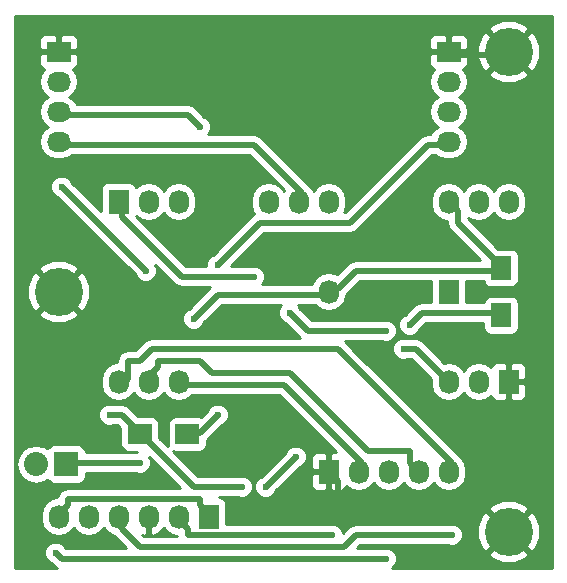
<source format=gbl>
G04 #@! TF.FileFunction,Copper,L2,Bot,Signal*
%FSLAX46Y46*%
G04 Gerber Fmt 4.6, Leading zero omitted, Abs format (unit mm)*
G04 Created by KiCad (PCBNEW 4.0.1-stable) date 17/06/2016 16:01:18*
%MOMM*%
G01*
G04 APERTURE LIST*
%ADD10C,0.100000*%
%ADD11R,1.727200X2.032000*%
%ADD12O,1.727200X2.032000*%
%ADD13R,2.032000X1.727200*%
%ADD14O,2.032000X1.727200*%
%ADD15R,1.700000X2.000000*%
%ADD16R,2.000000X1.700000*%
%ADD17C,4.064000*%
%ADD18R,2.032000X2.032000*%
%ADD19O,2.032000X2.032000*%
%ADD20C,0.600000*%
%ADD21C,0.500000*%
%ADD22C,0.254000*%
G04 APERTURE END LIST*
D10*
D11*
X43180000Y17145000D03*
D12*
X40640000Y17145000D03*
X38100000Y17145000D03*
X15240000Y17145000D03*
X12700000Y17145000D03*
X10160000Y17145000D03*
D11*
X38100000Y24765000D03*
D12*
X27940000Y24765000D03*
D11*
X10160000Y32385000D03*
D12*
X12700000Y32385000D03*
X15240000Y32385000D03*
X22860000Y32385000D03*
X25400000Y32385000D03*
X27940000Y32385000D03*
X38100000Y32385000D03*
X40640000Y32385000D03*
X43180000Y32385000D03*
D13*
X5080000Y45085000D03*
D14*
X5080000Y42545000D03*
X5080000Y40005000D03*
X5080000Y37465000D03*
D13*
X38100000Y45085000D03*
D14*
X38100000Y42545000D03*
X38100000Y40005000D03*
X38100000Y37465000D03*
D11*
X27940000Y9525000D03*
D12*
X30480000Y9525000D03*
X33020000Y9525000D03*
X35560000Y9525000D03*
X38100000Y9525000D03*
D15*
X42545000Y26765000D03*
X42545000Y22765000D03*
D16*
X11970000Y12700000D03*
X15970000Y12700000D03*
D17*
X43180000Y4445000D03*
X5080000Y24765000D03*
D11*
X17780000Y5715000D03*
D12*
X15240000Y5715000D03*
X12700000Y5715000D03*
X10160000Y5715000D03*
X7620000Y5715000D03*
X5080000Y5715000D03*
D17*
X43180000Y45085000D03*
D18*
X5715000Y10160000D03*
D19*
X3175000Y10160000D03*
D20*
X12446000Y26543000D03*
X5334000Y33655000D03*
X20574000Y8255000D03*
X28194000Y4191000D03*
X9398000Y14351000D03*
X16510000Y22479000D03*
X4826000Y2667000D03*
X32766000Y2159000D03*
X11938000Y10287000D03*
X18542000Y27051000D03*
X17018000Y38735000D03*
X18542000Y14351000D03*
X34798000Y21971000D03*
X21590000Y26035000D03*
X24638000Y22987000D03*
X32766000Y21463000D03*
X38354000Y4191000D03*
X34290000Y19939000D03*
X25146000Y10795000D03*
X22606000Y8255000D03*
D21*
X43180000Y4445000D02*
X39878000Y7747000D01*
X39878000Y7747000D02*
X28702000Y7747000D01*
X28702000Y7747000D02*
X28702000Y8763000D01*
X28702000Y8763000D02*
X27940000Y9525000D01*
X43180000Y45085000D02*
X43434000Y44831000D01*
X43434000Y44831000D02*
X38354000Y44831000D01*
X38354000Y44831000D02*
X38100000Y45085000D01*
X12446000Y26543000D02*
X5334000Y33655000D01*
X42545000Y26765000D02*
X42418000Y26543000D01*
X42418000Y26543000D02*
X42418000Y27051000D01*
X42418000Y27051000D02*
X38862000Y30607000D01*
X38862000Y30607000D02*
X38862000Y31623000D01*
X38862000Y31623000D02*
X38100000Y32385000D01*
X11970000Y12700000D02*
X11938000Y12827000D01*
X11938000Y12827000D02*
X16510000Y8255000D01*
X16510000Y8255000D02*
X20574000Y8255000D01*
X27940000Y24765000D02*
X28702000Y25019000D01*
X28702000Y25019000D02*
X30226000Y26543000D01*
X30226000Y26543000D02*
X42418000Y26543000D01*
X42418000Y26543000D02*
X42545000Y26765000D01*
X15240000Y5715000D02*
X15494000Y5715000D01*
X15494000Y5715000D02*
X15494000Y5207000D01*
X15494000Y5207000D02*
X16002000Y4699000D01*
X16002000Y4699000D02*
X16002000Y4191000D01*
X16002000Y4191000D02*
X28194000Y4191000D01*
X11970000Y12700000D02*
X11938000Y12827000D01*
X11938000Y12827000D02*
X10414000Y14351000D01*
X10414000Y14351000D02*
X9398000Y14351000D01*
X16510000Y22479000D02*
X18542000Y24511000D01*
X18542000Y24511000D02*
X28194000Y24511000D01*
X28194000Y24511000D02*
X27940000Y24765000D01*
X4826000Y2667000D02*
X5334000Y2159000D01*
X5334000Y2159000D02*
X32766000Y2159000D01*
X5715000Y10160000D02*
X5842000Y10287000D01*
X5842000Y10287000D02*
X11938000Y10287000D01*
X18542000Y27051000D02*
X22098000Y30607000D01*
X22098000Y30607000D02*
X29718000Y30607000D01*
X29718000Y30607000D02*
X36322000Y37211000D01*
X36322000Y37211000D02*
X38354000Y37211000D01*
X38354000Y37211000D02*
X38100000Y37465000D01*
X17018000Y38735000D02*
X16002000Y39751000D01*
X16002000Y39751000D02*
X5334000Y39751000D01*
X5334000Y39751000D02*
X5080000Y40005000D01*
X18542000Y14351000D02*
X17018000Y12827000D01*
X17018000Y12827000D02*
X16002000Y12827000D01*
X16002000Y12827000D02*
X15970000Y12700000D01*
X34798000Y21971000D02*
X35814000Y22987000D01*
X35814000Y22987000D02*
X42418000Y22987000D01*
X42418000Y22987000D02*
X42545000Y22765000D01*
X25400000Y32385000D02*
X25654000Y32131000D01*
X25654000Y32131000D02*
X25654000Y33147000D01*
X25654000Y33147000D02*
X21590000Y37211000D01*
X21590000Y37211000D02*
X5334000Y37211000D01*
X5334000Y37211000D02*
X5080000Y37465000D01*
X30480000Y9525000D02*
X30734000Y9271000D01*
X30734000Y9271000D02*
X30734000Y10287000D01*
X30734000Y10287000D02*
X24130000Y16891000D01*
X24130000Y16891000D02*
X15494000Y16891000D01*
X15494000Y16891000D02*
X15240000Y17145000D01*
X10160000Y32385000D02*
X10414000Y32131000D01*
X10414000Y32131000D02*
X10414000Y31115000D01*
X10414000Y31115000D02*
X15494000Y26035000D01*
X15494000Y26035000D02*
X21590000Y26035000D01*
X24638000Y22987000D02*
X26162000Y21463000D01*
X26162000Y21463000D02*
X32766000Y21463000D01*
X12700000Y17145000D02*
X12954000Y16891000D01*
X12954000Y16891000D02*
X12954000Y17907000D01*
X12954000Y17907000D02*
X13462000Y18415000D01*
X13462000Y18415000D02*
X13462000Y18923000D01*
X13462000Y18923000D02*
X17018000Y18923000D01*
X17018000Y18923000D02*
X18034000Y17907000D01*
X18034000Y17907000D02*
X24638000Y17907000D01*
X24638000Y17907000D02*
X31242000Y11303000D01*
X31242000Y11303000D02*
X34798000Y11303000D01*
X34798000Y11303000D02*
X34798000Y10287000D01*
X34798000Y10287000D02*
X35560000Y9525000D01*
X38100000Y9525000D02*
X38354000Y9271000D01*
X38354000Y9271000D02*
X38354000Y10287000D01*
X38354000Y10287000D02*
X28702000Y19939000D01*
X28702000Y19939000D02*
X12954000Y19939000D01*
X12954000Y19939000D02*
X11938000Y18923000D01*
X11938000Y18923000D02*
X10922000Y18923000D01*
X10922000Y18923000D02*
X10922000Y17399000D01*
X10922000Y17399000D02*
X10414000Y16891000D01*
X10414000Y16891000D02*
X10160000Y17145000D01*
X5080000Y5715000D02*
X5334000Y5715000D01*
X5334000Y5715000D02*
X5334000Y6223000D01*
X5334000Y6223000D02*
X5842000Y6731000D01*
X5842000Y6731000D02*
X5842000Y7239000D01*
X5842000Y7239000D02*
X17018000Y7239000D01*
X17018000Y7239000D02*
X17018000Y6731000D01*
X17018000Y6731000D02*
X18034000Y5715000D01*
X18034000Y5715000D02*
X17780000Y5715000D01*
X10160000Y5715000D02*
X10414000Y5715000D01*
X10414000Y5715000D02*
X10414000Y4699000D01*
X10414000Y4699000D02*
X11938000Y3175000D01*
X11938000Y3175000D02*
X29210000Y3175000D01*
X29210000Y3175000D02*
X30226000Y4191000D01*
X30226000Y4191000D02*
X38354000Y4191000D01*
X38100000Y17145000D02*
X35306000Y19939000D01*
X35306000Y19939000D02*
X34290000Y19939000D01*
X25146000Y10795000D02*
X22606000Y8255000D01*
D22*
G36*
X46863000Y1397000D02*
X33326114Y1397000D01*
X33558192Y1628673D01*
X33700838Y1972201D01*
X33701162Y2344167D01*
X33559117Y2687943D01*
X33296327Y2951192D01*
X32952799Y3093838D01*
X32580833Y3094162D01*
X32459431Y3044000D01*
X30330580Y3044000D01*
X30592579Y3306000D01*
X38047178Y3306000D01*
X38167201Y3256162D01*
X38539167Y3255838D01*
X38882943Y3397883D01*
X39146192Y3660673D01*
X39288838Y4004201D01*
X39289162Y4376167D01*
X39147117Y4719943D01*
X38911859Y4955612D01*
X40509120Y4955612D01*
X40517025Y3894643D01*
X40907832Y2951154D01*
X41281879Y2726484D01*
X41580603Y3025208D01*
X41760051Y2845446D01*
X41461484Y2546879D01*
X41686154Y2172832D01*
X42669388Y1774120D01*
X43730357Y1782025D01*
X44673846Y2172832D01*
X44898516Y2546879D01*
X44599792Y2845603D01*
X44779554Y3025051D01*
X45078121Y2726484D01*
X45452168Y2951154D01*
X45850880Y3934388D01*
X45842975Y4995357D01*
X45452168Y5938846D01*
X45078121Y6163516D01*
X44779397Y5864792D01*
X44599949Y6044554D01*
X44898516Y6343121D01*
X44673846Y6717168D01*
X43690612Y7115880D01*
X42629643Y7107975D01*
X41686154Y6717168D01*
X41461484Y6343121D01*
X41760208Y6044397D01*
X41580446Y5864949D01*
X41281879Y6163516D01*
X40907832Y5938846D01*
X40509120Y4955612D01*
X38911859Y4955612D01*
X38884327Y4983192D01*
X38540799Y5125838D01*
X38168833Y5126162D01*
X38047431Y5076000D01*
X30226005Y5076000D01*
X30226000Y5076001D01*
X29943516Y5019810D01*
X29887325Y5008633D01*
X29600210Y4816790D01*
X29600208Y4816787D01*
X29129135Y4345715D01*
X29129162Y4376167D01*
X28987117Y4719943D01*
X28724327Y4983192D01*
X28380799Y5125838D01*
X28008833Y5126162D01*
X27887431Y5076000D01*
X19291040Y5076000D01*
X19291040Y6731000D01*
X19246762Y6966317D01*
X19107690Y7182441D01*
X18895490Y7327431D01*
X18685278Y7370000D01*
X20267178Y7370000D01*
X20387201Y7320162D01*
X20759167Y7319838D01*
X21102943Y7461883D01*
X21366192Y7724673D01*
X21508838Y8068201D01*
X21508839Y8069833D01*
X21670838Y8069833D01*
X21812883Y7726057D01*
X22075673Y7462808D01*
X22419201Y7320162D01*
X22791167Y7319838D01*
X23134943Y7461883D01*
X23398192Y7724673D01*
X23448566Y7845986D01*
X24841829Y9239250D01*
X26441400Y9239250D01*
X26441400Y8382690D01*
X26538073Y8149301D01*
X26716702Y7970673D01*
X26950091Y7874000D01*
X27654250Y7874000D01*
X27813000Y8032750D01*
X27813000Y9398000D01*
X26600150Y9398000D01*
X26441400Y9239250D01*
X24841829Y9239250D01*
X25554834Y9952255D01*
X25674943Y10001883D01*
X25938192Y10264673D01*
X26080838Y10608201D01*
X26080889Y10667310D01*
X26441400Y10667310D01*
X26441400Y9810750D01*
X26600150Y9652000D01*
X27813000Y9652000D01*
X27813000Y11017250D01*
X27654250Y11176000D01*
X26950091Y11176000D01*
X26716702Y11079327D01*
X26538073Y10900699D01*
X26441400Y10667310D01*
X26080889Y10667310D01*
X26081162Y10980167D01*
X25939117Y11323943D01*
X25676327Y11587192D01*
X25332799Y11729838D01*
X24960833Y11730162D01*
X24617057Y11588117D01*
X24353808Y11325327D01*
X24303434Y11204013D01*
X22197164Y9097744D01*
X22077057Y9048117D01*
X21813808Y8785327D01*
X21671162Y8441799D01*
X21670838Y8069833D01*
X21508839Y8069833D01*
X21509162Y8440167D01*
X21367117Y8783943D01*
X21104327Y9047192D01*
X20760799Y9189838D01*
X20388833Y9190162D01*
X20267431Y9140000D01*
X16876579Y9140000D01*
X14774412Y11242168D01*
X14970000Y11202560D01*
X16970000Y11202560D01*
X17205317Y11246838D01*
X17421441Y11385910D01*
X17566431Y11598110D01*
X17617440Y11850000D01*
X17617440Y12183604D01*
X17643790Y12201210D01*
X17643791Y12201211D01*
X18950834Y13508255D01*
X19070943Y13557883D01*
X19334192Y13820673D01*
X19476838Y14164201D01*
X19477162Y14536167D01*
X19335117Y14879943D01*
X19072327Y15143192D01*
X18728799Y15285838D01*
X18356833Y15286162D01*
X18013057Y15144117D01*
X17749808Y14881327D01*
X17699434Y14760013D01*
X17108761Y14169340D01*
X16970000Y14197440D01*
X14970000Y14197440D01*
X14734683Y14153162D01*
X14518559Y14014090D01*
X14373569Y13801890D01*
X14322560Y13550000D01*
X14322560Y11850000D01*
X14358712Y11657867D01*
X13617440Y12399140D01*
X13617440Y13550000D01*
X13573162Y13785317D01*
X13434090Y14001441D01*
X13221890Y14146431D01*
X12970000Y14197440D01*
X11819139Y14197440D01*
X11039790Y14976790D01*
X10790750Y15143192D01*
X10752675Y15168633D01*
X10696484Y15179810D01*
X10414000Y15236001D01*
X10413995Y15236000D01*
X9704822Y15236000D01*
X9584799Y15285838D01*
X9212833Y15286162D01*
X8869057Y15144117D01*
X8605808Y14881327D01*
X8463162Y14537799D01*
X8462838Y14165833D01*
X8604883Y13822057D01*
X8867673Y13558808D01*
X9211201Y13416162D01*
X9583167Y13415838D01*
X9704569Y13466000D01*
X10047420Y13466000D01*
X10322560Y13190860D01*
X10322560Y11850000D01*
X10366838Y11614683D01*
X10505910Y11398559D01*
X10718110Y11253569D01*
X10970000Y11202560D01*
X11705392Y11202560D01*
X11631431Y11172000D01*
X7378440Y11172000D01*
X7378440Y11176000D01*
X7334162Y11411317D01*
X7195090Y11627441D01*
X6982890Y11772431D01*
X6731000Y11823440D01*
X4699000Y11823440D01*
X4463683Y11779162D01*
X4247559Y11640090D01*
X4140767Y11483794D01*
X3839155Y11685325D01*
X3207345Y11811000D01*
X3142655Y11811000D01*
X2510845Y11685325D01*
X1975222Y11327433D01*
X1617330Y10791810D01*
X1491655Y10160000D01*
X1617330Y9528190D01*
X1975222Y8992567D01*
X2510845Y8634675D01*
X3142655Y8509000D01*
X3207345Y8509000D01*
X3839155Y8634675D01*
X4141962Y8837004D01*
X4234910Y8692559D01*
X4447110Y8547569D01*
X4699000Y8496560D01*
X6731000Y8496560D01*
X6966317Y8540838D01*
X7182441Y8679910D01*
X7327431Y8892110D01*
X7378440Y9144000D01*
X7378440Y9402000D01*
X11631178Y9402000D01*
X11751201Y9352162D01*
X12123167Y9351838D01*
X12466943Y9493883D01*
X12730192Y9756673D01*
X12872838Y10100201D01*
X12873162Y10472167D01*
X12754804Y10758617D01*
X15389421Y8124000D01*
X5842000Y8124000D01*
X5503325Y8056633D01*
X5216210Y7864790D01*
X5024367Y7577675D01*
X4984934Y7379435D01*
X4506511Y7284271D01*
X4020330Y6959415D01*
X3695474Y6473234D01*
X3581400Y5899745D01*
X3581400Y5530255D01*
X3695474Y4956766D01*
X4020330Y4470585D01*
X4506511Y4145729D01*
X5080000Y4031655D01*
X5653489Y4145729D01*
X6139670Y4470585D01*
X6350000Y4785366D01*
X6560330Y4470585D01*
X7046511Y4145729D01*
X7620000Y4031655D01*
X8193489Y4145729D01*
X8679670Y4470585D01*
X8890000Y4785366D01*
X9100330Y4470585D01*
X9586511Y4145729D01*
X9763244Y4110575D01*
X9788210Y4073210D01*
X10817421Y3044000D01*
X5700580Y3044000D01*
X5668744Y3075835D01*
X5619117Y3195943D01*
X5356327Y3459192D01*
X5012799Y3601838D01*
X4640833Y3602162D01*
X4297057Y3460117D01*
X4033808Y3197327D01*
X3891162Y2853799D01*
X3890838Y2481833D01*
X4032883Y2138057D01*
X4295673Y1874808D01*
X4416986Y1824434D01*
X4708208Y1533213D01*
X4708210Y1533210D01*
X4912064Y1397000D01*
X1397000Y1397000D01*
X1397000Y25275612D01*
X2409120Y25275612D01*
X2417025Y24214643D01*
X2807832Y23271154D01*
X3181879Y23046484D01*
X3480603Y23345208D01*
X3660051Y23165446D01*
X3361484Y22866879D01*
X3586154Y22492832D01*
X4569388Y22094120D01*
X5630357Y22102025D01*
X6573846Y22492832D01*
X6798516Y22866879D01*
X6499792Y23165603D01*
X6679554Y23345051D01*
X6978121Y23046484D01*
X7352168Y23271154D01*
X7750880Y24254388D01*
X7742975Y25315357D01*
X7352168Y26258846D01*
X6978121Y26483516D01*
X6679397Y26184792D01*
X6499949Y26364554D01*
X6798516Y26663121D01*
X6573846Y27037168D01*
X5590612Y27435880D01*
X4529643Y27427975D01*
X3586154Y27037168D01*
X3361484Y26663121D01*
X3660208Y26364397D01*
X3480446Y26184949D01*
X3181879Y26483516D01*
X2807832Y26258846D01*
X2409120Y25275612D01*
X1397000Y25275612D01*
X1397000Y42545000D01*
X3396655Y42545000D01*
X3510729Y41971511D01*
X3835585Y41485330D01*
X4150366Y41275000D01*
X3835585Y41064670D01*
X3510729Y40578489D01*
X3396655Y40005000D01*
X3510729Y39431511D01*
X3835585Y38945330D01*
X4150366Y38735000D01*
X3835585Y38524670D01*
X3510729Y38038489D01*
X3396655Y37465000D01*
X3510729Y36891511D01*
X3835585Y36405330D01*
X4321766Y36080474D01*
X4895255Y35966400D01*
X5264745Y35966400D01*
X5838234Y36080474D01*
X6205689Y36326000D01*
X21223420Y36326000D01*
X24171972Y33377449D01*
X24130000Y33314634D01*
X23919670Y33629415D01*
X23433489Y33954271D01*
X22860000Y34068345D01*
X22286511Y33954271D01*
X21800330Y33629415D01*
X21475474Y33143234D01*
X21361400Y32569745D01*
X21361400Y32200255D01*
X21475474Y31626766D01*
X21656460Y31355901D01*
X21472210Y31232790D01*
X21472208Y31232787D01*
X18133164Y27893744D01*
X18013057Y27844117D01*
X17749808Y27581327D01*
X17607162Y27237799D01*
X17606885Y26920000D01*
X15860579Y26920000D01*
X11627346Y31153234D01*
X11628400Y31158439D01*
X11640330Y31140585D01*
X12126511Y30815729D01*
X12700000Y30701655D01*
X13273489Y30815729D01*
X13759670Y31140585D01*
X13970000Y31455366D01*
X14180330Y31140585D01*
X14666511Y30815729D01*
X15240000Y30701655D01*
X15813489Y30815729D01*
X16299670Y31140585D01*
X16624526Y31626766D01*
X16738600Y32200255D01*
X16738600Y32569745D01*
X16624526Y33143234D01*
X16299670Y33629415D01*
X15813489Y33954271D01*
X15240000Y34068345D01*
X14666511Y33954271D01*
X14180330Y33629415D01*
X13970000Y33314634D01*
X13759670Y33629415D01*
X13273489Y33954271D01*
X12700000Y34068345D01*
X12126511Y33954271D01*
X11640330Y33629415D01*
X11630757Y33615087D01*
X11626762Y33636317D01*
X11487690Y33852441D01*
X11275490Y33997431D01*
X11023600Y34048440D01*
X9296400Y34048440D01*
X9061083Y34004162D01*
X8844959Y33865090D01*
X8699969Y33652890D01*
X8648960Y33401000D01*
X8648960Y31591620D01*
X6176744Y34063836D01*
X6127117Y34183943D01*
X5864327Y34447192D01*
X5520799Y34589838D01*
X5148833Y34590162D01*
X4805057Y34448117D01*
X4541808Y34185327D01*
X4399162Y33841799D01*
X4398838Y33469833D01*
X4540883Y33126057D01*
X4803673Y32862808D01*
X4924986Y32812434D01*
X11603255Y26134166D01*
X11652883Y26014057D01*
X11915673Y25750808D01*
X12259201Y25608162D01*
X12631167Y25607838D01*
X12974943Y25749883D01*
X13238192Y26012673D01*
X13380838Y26356201D01*
X13381162Y26728167D01*
X13262803Y27014617D01*
X14868208Y25409213D01*
X14868210Y25409210D01*
X15155325Y25217367D01*
X15211516Y25206190D01*
X15494000Y25149999D01*
X15494005Y25150000D01*
X17935980Y25150000D01*
X17916210Y25136790D01*
X17916208Y25136787D01*
X16101164Y23321744D01*
X15981057Y23272117D01*
X15717808Y23009327D01*
X15575162Y22665799D01*
X15574838Y22293833D01*
X15716883Y21950057D01*
X15979673Y21686808D01*
X16323201Y21544162D01*
X16695167Y21543838D01*
X17038943Y21685883D01*
X17302192Y21948673D01*
X17352566Y22069986D01*
X18908579Y23626000D01*
X23954671Y23626000D01*
X23845808Y23517327D01*
X23703162Y23173799D01*
X23702838Y22801833D01*
X23844883Y22458057D01*
X24107673Y22194808D01*
X24228986Y22144434D01*
X25536208Y20837213D01*
X25536210Y20837210D01*
X25555980Y20824000D01*
X12954005Y20824000D01*
X12954000Y20824001D01*
X12671516Y20767810D01*
X12615325Y20756633D01*
X12328210Y20564790D01*
X12328208Y20564787D01*
X11571420Y19808000D01*
X10922000Y19808000D01*
X10583325Y19740633D01*
X10296210Y19548790D01*
X10104367Y19261675D01*
X10037000Y18923000D01*
X10037000Y18803879D01*
X9586511Y18714271D01*
X9100330Y18389415D01*
X8775474Y17903234D01*
X8661400Y17329745D01*
X8661400Y16960255D01*
X8775474Y16386766D01*
X9100330Y15900585D01*
X9586511Y15575729D01*
X10160000Y15461655D01*
X10733489Y15575729D01*
X11219670Y15900585D01*
X11430000Y16215366D01*
X11640330Y15900585D01*
X12126511Y15575729D01*
X12700000Y15461655D01*
X13273489Y15575729D01*
X13759670Y15900585D01*
X13970000Y16215366D01*
X14180330Y15900585D01*
X14666511Y15575729D01*
X15240000Y15461655D01*
X15813489Y15575729D01*
X16299670Y15900585D01*
X16370106Y16006000D01*
X23763420Y16006000D01*
X28593421Y11176000D01*
X28225750Y11176000D01*
X28067000Y11017250D01*
X28067000Y9652000D01*
X28087000Y9652000D01*
X28087000Y9398000D01*
X28067000Y9398000D01*
X28067000Y8032750D01*
X28225750Y7874000D01*
X28929909Y7874000D01*
X29163298Y7970673D01*
X29341927Y8149301D01*
X29405500Y8302780D01*
X29420330Y8280585D01*
X29906511Y7955729D01*
X30480000Y7841655D01*
X31053489Y7955729D01*
X31539670Y8280585D01*
X31750000Y8595366D01*
X31960330Y8280585D01*
X32446511Y7955729D01*
X33020000Y7841655D01*
X33593489Y7955729D01*
X34079670Y8280585D01*
X34290000Y8595366D01*
X34500330Y8280585D01*
X34986511Y7955729D01*
X35560000Y7841655D01*
X36133489Y7955729D01*
X36619670Y8280585D01*
X36830000Y8595366D01*
X37040330Y8280585D01*
X37526511Y7955729D01*
X38100000Y7841655D01*
X38673489Y7955729D01*
X39159670Y8280585D01*
X39484526Y8766766D01*
X39598600Y9340255D01*
X39598600Y9709745D01*
X39484526Y10283234D01*
X39159670Y10769415D01*
X39007774Y10870909D01*
X38979790Y10912790D01*
X38979787Y10912792D01*
X30138747Y19753833D01*
X33354838Y19753833D01*
X33496883Y19410057D01*
X33759673Y19146808D01*
X34103201Y19004162D01*
X34475167Y19003838D01*
X34596569Y19054000D01*
X34939420Y19054000D01*
X36611732Y17381688D01*
X36601400Y17329745D01*
X36601400Y16960255D01*
X36715474Y16386766D01*
X37040330Y15900585D01*
X37526511Y15575729D01*
X38100000Y15461655D01*
X38673489Y15575729D01*
X39159670Y15900585D01*
X39370000Y16215366D01*
X39580330Y15900585D01*
X40066511Y15575729D01*
X40640000Y15461655D01*
X41213489Y15575729D01*
X41699670Y15900585D01*
X41714500Y15922780D01*
X41778073Y15769301D01*
X41956702Y15590673D01*
X42190091Y15494000D01*
X42894250Y15494000D01*
X43053000Y15652750D01*
X43053000Y17018000D01*
X43307000Y17018000D01*
X43307000Y15652750D01*
X43465750Y15494000D01*
X44169909Y15494000D01*
X44403298Y15590673D01*
X44581927Y15769301D01*
X44678600Y16002690D01*
X44678600Y16859250D01*
X44519850Y17018000D01*
X43307000Y17018000D01*
X43053000Y17018000D01*
X43033000Y17018000D01*
X43033000Y17272000D01*
X43053000Y17272000D01*
X43053000Y18637250D01*
X43307000Y18637250D01*
X43307000Y17272000D01*
X44519850Y17272000D01*
X44678600Y17430750D01*
X44678600Y18287310D01*
X44581927Y18520699D01*
X44403298Y18699327D01*
X44169909Y18796000D01*
X43465750Y18796000D01*
X43307000Y18637250D01*
X43053000Y18637250D01*
X42894250Y18796000D01*
X42190091Y18796000D01*
X41956702Y18699327D01*
X41778073Y18520699D01*
X41714500Y18367220D01*
X41699670Y18389415D01*
X41213489Y18714271D01*
X40640000Y18828345D01*
X40066511Y18714271D01*
X39580330Y18389415D01*
X39370000Y18074634D01*
X39159670Y18389415D01*
X38673489Y18714271D01*
X38100000Y18828345D01*
X37739869Y18756710D01*
X35931790Y20564790D01*
X35774506Y20669883D01*
X35644675Y20756633D01*
X35588484Y20767810D01*
X35306000Y20824001D01*
X35305995Y20824000D01*
X34596822Y20824000D01*
X34476799Y20873838D01*
X34104833Y20874162D01*
X33761057Y20732117D01*
X33497808Y20469327D01*
X33355162Y20125799D01*
X33354838Y19753833D01*
X30138747Y19753833D01*
X29327790Y20564790D01*
X29308020Y20578000D01*
X32459178Y20578000D01*
X32579201Y20528162D01*
X32951167Y20527838D01*
X33294943Y20669883D01*
X33558192Y20932673D01*
X33700838Y21276201D01*
X33701162Y21648167D01*
X33559117Y21991943D01*
X33296327Y22255192D01*
X32952799Y22397838D01*
X32580833Y22398162D01*
X32459431Y22348000D01*
X26528579Y22348000D01*
X25480744Y23395836D01*
X25431117Y23515943D01*
X25321252Y23626000D01*
X26809894Y23626000D01*
X26880330Y23520585D01*
X27366511Y23195729D01*
X27940000Y23081655D01*
X28513489Y23195729D01*
X28999670Y23520585D01*
X29324526Y24006766D01*
X29419671Y24485091D01*
X30592579Y25658000D01*
X36588960Y25658000D01*
X36588960Y23872000D01*
X35814005Y23872000D01*
X35814000Y23872001D01*
X35531516Y23815810D01*
X35475325Y23804633D01*
X35188210Y23612790D01*
X35188208Y23612787D01*
X34389164Y22813744D01*
X34269057Y22764117D01*
X34005808Y22501327D01*
X33863162Y22157799D01*
X33862838Y21785833D01*
X34004883Y21442057D01*
X34267673Y21178808D01*
X34611201Y21036162D01*
X34983167Y21035838D01*
X35326943Y21177883D01*
X35590192Y21440673D01*
X35640566Y21561986D01*
X36180579Y22102000D01*
X41047560Y22102000D01*
X41047560Y21765000D01*
X41091838Y21529683D01*
X41230910Y21313559D01*
X41443110Y21168569D01*
X41695000Y21117560D01*
X43395000Y21117560D01*
X43630317Y21161838D01*
X43846441Y21300910D01*
X43991431Y21513110D01*
X44042440Y21765000D01*
X44042440Y23765000D01*
X43998162Y24000317D01*
X43859090Y24216441D01*
X43646890Y24361431D01*
X43395000Y24412440D01*
X41695000Y24412440D01*
X41459683Y24368162D01*
X41243559Y24229090D01*
X41098569Y24016890D01*
X41069228Y23872000D01*
X39611040Y23872000D01*
X39611040Y25658000D01*
X41067693Y25658000D01*
X41091838Y25529683D01*
X41230910Y25313559D01*
X41443110Y25168569D01*
X41695000Y25117560D01*
X43395000Y25117560D01*
X43630317Y25161838D01*
X43846441Y25300910D01*
X43991431Y25513110D01*
X44042440Y25765000D01*
X44042440Y27765000D01*
X43998162Y28000317D01*
X43859090Y28216441D01*
X43646890Y28361431D01*
X43395000Y28412440D01*
X42308139Y28412440D01*
X39747000Y30973580D01*
X39747000Y31029220D01*
X40066511Y30815729D01*
X40640000Y30701655D01*
X41213489Y30815729D01*
X41699670Y31140585D01*
X41910000Y31455366D01*
X42120330Y31140585D01*
X42606511Y30815729D01*
X43180000Y30701655D01*
X43753489Y30815729D01*
X44239670Y31140585D01*
X44564526Y31626766D01*
X44678600Y32200255D01*
X44678600Y32569745D01*
X44564526Y33143234D01*
X44239670Y33629415D01*
X43753489Y33954271D01*
X43180000Y34068345D01*
X42606511Y33954271D01*
X42120330Y33629415D01*
X41910000Y33314634D01*
X41699670Y33629415D01*
X41213489Y33954271D01*
X40640000Y34068345D01*
X40066511Y33954271D01*
X39580330Y33629415D01*
X39370000Y33314634D01*
X39159670Y33629415D01*
X38673489Y33954271D01*
X38100000Y34068345D01*
X37526511Y33954271D01*
X37040330Y33629415D01*
X36715474Y33143234D01*
X36601400Y32569745D01*
X36601400Y32200255D01*
X36715474Y31626766D01*
X37040330Y31140585D01*
X37526511Y30815729D01*
X37977000Y30726121D01*
X37977000Y30607005D01*
X37976999Y30607000D01*
X38033190Y30324516D01*
X38044367Y30268325D01*
X38069975Y30230000D01*
X38236210Y29981210D01*
X40789421Y27428000D01*
X30226000Y27428000D01*
X29887325Y27360633D01*
X29600210Y27168790D01*
X29600208Y27168787D01*
X28664673Y26233253D01*
X28513489Y26334271D01*
X27940000Y26448345D01*
X27366511Y26334271D01*
X26880330Y26009415D01*
X26555474Y25523234D01*
X26530166Y25396000D01*
X22273329Y25396000D01*
X22382192Y25504673D01*
X22524838Y25848201D01*
X22525162Y26220167D01*
X22383117Y26563943D01*
X22120327Y26827192D01*
X21776799Y26969838D01*
X21404833Y26970162D01*
X21283431Y26920000D01*
X19662580Y26920000D01*
X22464579Y29722000D01*
X29717995Y29722000D01*
X29718000Y29721999D01*
X30000484Y29778190D01*
X30056675Y29789367D01*
X30343790Y29981210D01*
X36688579Y36326000D01*
X36974311Y36326000D01*
X37341766Y36080474D01*
X37915255Y35966400D01*
X38284745Y35966400D01*
X38858234Y36080474D01*
X39344415Y36405330D01*
X39669271Y36891511D01*
X39783345Y37465000D01*
X39669271Y38038489D01*
X39344415Y38524670D01*
X39029634Y38735000D01*
X39344415Y38945330D01*
X39669271Y39431511D01*
X39783345Y40005000D01*
X39669271Y40578489D01*
X39344415Y41064670D01*
X39029634Y41275000D01*
X39344415Y41485330D01*
X39669271Y41971511D01*
X39783345Y42545000D01*
X39669271Y43118489D01*
X39344415Y43604670D01*
X39322220Y43619500D01*
X39475699Y43683073D01*
X39654327Y43861702D01*
X39751000Y44095091D01*
X39751000Y44799250D01*
X39592250Y44958000D01*
X38227000Y44958000D01*
X38227000Y44938000D01*
X37973000Y44938000D01*
X37973000Y44958000D01*
X36607750Y44958000D01*
X36449000Y44799250D01*
X36449000Y44095091D01*
X36545673Y43861702D01*
X36724301Y43683073D01*
X36877780Y43619500D01*
X36855585Y43604670D01*
X36530729Y43118489D01*
X36416655Y42545000D01*
X36530729Y41971511D01*
X36855585Y41485330D01*
X37170366Y41275000D01*
X36855585Y41064670D01*
X36530729Y40578489D01*
X36416655Y40005000D01*
X36530729Y39431511D01*
X36855585Y38945330D01*
X37170366Y38735000D01*
X36855585Y38524670D01*
X36569157Y38096000D01*
X36322000Y38096000D01*
X35983325Y38028633D01*
X35696210Y37836790D01*
X35696208Y37836787D01*
X29351420Y31492000D01*
X29234478Y31492000D01*
X29324526Y31626766D01*
X29438600Y32200255D01*
X29438600Y32569745D01*
X29324526Y33143234D01*
X28999670Y33629415D01*
X28513489Y33954271D01*
X27940000Y34068345D01*
X27366511Y33954271D01*
X26880330Y33629415D01*
X26670000Y33314634D01*
X26459670Y33629415D01*
X26307774Y33730909D01*
X26279790Y33772790D01*
X26279787Y33772792D01*
X22215790Y37836790D01*
X22058506Y37941883D01*
X21928675Y38028633D01*
X21872484Y38039810D01*
X21590000Y38096001D01*
X21589995Y38096000D01*
X17701329Y38096000D01*
X17810192Y38204673D01*
X17952838Y38548201D01*
X17953162Y38920167D01*
X17811117Y39263943D01*
X17548327Y39527192D01*
X17427013Y39577566D01*
X16627790Y40376790D01*
X16340675Y40568633D01*
X16284484Y40579810D01*
X16002000Y40636001D01*
X16001995Y40636000D01*
X6610843Y40636000D01*
X6324415Y41064670D01*
X6009634Y41275000D01*
X6324415Y41485330D01*
X6649271Y41971511D01*
X6763345Y42545000D01*
X6649271Y43118489D01*
X6324415Y43604670D01*
X6302220Y43619500D01*
X6455699Y43683073D01*
X6634327Y43861702D01*
X6731000Y44095091D01*
X6731000Y44799250D01*
X6572250Y44958000D01*
X5207000Y44958000D01*
X5207000Y44938000D01*
X4953000Y44938000D01*
X4953000Y44958000D01*
X3587750Y44958000D01*
X3429000Y44799250D01*
X3429000Y44095091D01*
X3525673Y43861702D01*
X3704301Y43683073D01*
X3857780Y43619500D01*
X3835585Y43604670D01*
X3510729Y43118489D01*
X3396655Y42545000D01*
X1397000Y42545000D01*
X1397000Y46074909D01*
X3429000Y46074909D01*
X3429000Y45370750D01*
X3587750Y45212000D01*
X4953000Y45212000D01*
X4953000Y46424850D01*
X5207000Y46424850D01*
X5207000Y45212000D01*
X6572250Y45212000D01*
X6731000Y45370750D01*
X6731000Y46074909D01*
X36449000Y46074909D01*
X36449000Y45370750D01*
X36607750Y45212000D01*
X37973000Y45212000D01*
X37973000Y46424850D01*
X38227000Y46424850D01*
X38227000Y45212000D01*
X39592250Y45212000D01*
X39751000Y45370750D01*
X39751000Y45595612D01*
X40509120Y45595612D01*
X40517025Y44534643D01*
X40907832Y43591154D01*
X41281879Y43366484D01*
X41580603Y43665208D01*
X41760051Y43485446D01*
X41461484Y43186879D01*
X41686154Y42812832D01*
X42669388Y42414120D01*
X43730357Y42422025D01*
X44673846Y42812832D01*
X44898516Y43186879D01*
X44599792Y43485603D01*
X44779554Y43665051D01*
X45078121Y43366484D01*
X45452168Y43591154D01*
X45850880Y44574388D01*
X45842975Y45635357D01*
X45452168Y46578846D01*
X45078121Y46803516D01*
X44779397Y46504792D01*
X44599949Y46684554D01*
X44898516Y46983121D01*
X44673846Y47357168D01*
X43690612Y47755880D01*
X42629643Y47747975D01*
X41686154Y47357168D01*
X41461484Y46983121D01*
X41760208Y46684397D01*
X41580446Y46504949D01*
X41281879Y46803516D01*
X40907832Y46578846D01*
X40509120Y45595612D01*
X39751000Y45595612D01*
X39751000Y46074909D01*
X39654327Y46308298D01*
X39475699Y46486927D01*
X39242310Y46583600D01*
X38385750Y46583600D01*
X38227000Y46424850D01*
X37973000Y46424850D01*
X37814250Y46583600D01*
X36957690Y46583600D01*
X36724301Y46486927D01*
X36545673Y46308298D01*
X36449000Y46074909D01*
X6731000Y46074909D01*
X6634327Y46308298D01*
X6455699Y46486927D01*
X6222310Y46583600D01*
X5365750Y46583600D01*
X5207000Y46424850D01*
X4953000Y46424850D01*
X4794250Y46583600D01*
X3937690Y46583600D01*
X3704301Y46486927D01*
X3525673Y46308298D01*
X3429000Y46074909D01*
X1397000Y46074909D01*
X1397000Y48133000D01*
X46863000Y48133000D01*
X46863000Y1397000D01*
X46863000Y1397000D01*
G37*
X46863000Y1397000D02*
X33326114Y1397000D01*
X33558192Y1628673D01*
X33700838Y1972201D01*
X33701162Y2344167D01*
X33559117Y2687943D01*
X33296327Y2951192D01*
X32952799Y3093838D01*
X32580833Y3094162D01*
X32459431Y3044000D01*
X30330580Y3044000D01*
X30592579Y3306000D01*
X38047178Y3306000D01*
X38167201Y3256162D01*
X38539167Y3255838D01*
X38882943Y3397883D01*
X39146192Y3660673D01*
X39288838Y4004201D01*
X39289162Y4376167D01*
X39147117Y4719943D01*
X38911859Y4955612D01*
X40509120Y4955612D01*
X40517025Y3894643D01*
X40907832Y2951154D01*
X41281879Y2726484D01*
X41580603Y3025208D01*
X41760051Y2845446D01*
X41461484Y2546879D01*
X41686154Y2172832D01*
X42669388Y1774120D01*
X43730357Y1782025D01*
X44673846Y2172832D01*
X44898516Y2546879D01*
X44599792Y2845603D01*
X44779554Y3025051D01*
X45078121Y2726484D01*
X45452168Y2951154D01*
X45850880Y3934388D01*
X45842975Y4995357D01*
X45452168Y5938846D01*
X45078121Y6163516D01*
X44779397Y5864792D01*
X44599949Y6044554D01*
X44898516Y6343121D01*
X44673846Y6717168D01*
X43690612Y7115880D01*
X42629643Y7107975D01*
X41686154Y6717168D01*
X41461484Y6343121D01*
X41760208Y6044397D01*
X41580446Y5864949D01*
X41281879Y6163516D01*
X40907832Y5938846D01*
X40509120Y4955612D01*
X38911859Y4955612D01*
X38884327Y4983192D01*
X38540799Y5125838D01*
X38168833Y5126162D01*
X38047431Y5076000D01*
X30226005Y5076000D01*
X30226000Y5076001D01*
X29943516Y5019810D01*
X29887325Y5008633D01*
X29600210Y4816790D01*
X29600208Y4816787D01*
X29129135Y4345715D01*
X29129162Y4376167D01*
X28987117Y4719943D01*
X28724327Y4983192D01*
X28380799Y5125838D01*
X28008833Y5126162D01*
X27887431Y5076000D01*
X19291040Y5076000D01*
X19291040Y6731000D01*
X19246762Y6966317D01*
X19107690Y7182441D01*
X18895490Y7327431D01*
X18685278Y7370000D01*
X20267178Y7370000D01*
X20387201Y7320162D01*
X20759167Y7319838D01*
X21102943Y7461883D01*
X21366192Y7724673D01*
X21508838Y8068201D01*
X21508839Y8069833D01*
X21670838Y8069833D01*
X21812883Y7726057D01*
X22075673Y7462808D01*
X22419201Y7320162D01*
X22791167Y7319838D01*
X23134943Y7461883D01*
X23398192Y7724673D01*
X23448566Y7845986D01*
X24841829Y9239250D01*
X26441400Y9239250D01*
X26441400Y8382690D01*
X26538073Y8149301D01*
X26716702Y7970673D01*
X26950091Y7874000D01*
X27654250Y7874000D01*
X27813000Y8032750D01*
X27813000Y9398000D01*
X26600150Y9398000D01*
X26441400Y9239250D01*
X24841829Y9239250D01*
X25554834Y9952255D01*
X25674943Y10001883D01*
X25938192Y10264673D01*
X26080838Y10608201D01*
X26080889Y10667310D01*
X26441400Y10667310D01*
X26441400Y9810750D01*
X26600150Y9652000D01*
X27813000Y9652000D01*
X27813000Y11017250D01*
X27654250Y11176000D01*
X26950091Y11176000D01*
X26716702Y11079327D01*
X26538073Y10900699D01*
X26441400Y10667310D01*
X26080889Y10667310D01*
X26081162Y10980167D01*
X25939117Y11323943D01*
X25676327Y11587192D01*
X25332799Y11729838D01*
X24960833Y11730162D01*
X24617057Y11588117D01*
X24353808Y11325327D01*
X24303434Y11204013D01*
X22197164Y9097744D01*
X22077057Y9048117D01*
X21813808Y8785327D01*
X21671162Y8441799D01*
X21670838Y8069833D01*
X21508839Y8069833D01*
X21509162Y8440167D01*
X21367117Y8783943D01*
X21104327Y9047192D01*
X20760799Y9189838D01*
X20388833Y9190162D01*
X20267431Y9140000D01*
X16876579Y9140000D01*
X14774412Y11242168D01*
X14970000Y11202560D01*
X16970000Y11202560D01*
X17205317Y11246838D01*
X17421441Y11385910D01*
X17566431Y11598110D01*
X17617440Y11850000D01*
X17617440Y12183604D01*
X17643790Y12201210D01*
X17643791Y12201211D01*
X18950834Y13508255D01*
X19070943Y13557883D01*
X19334192Y13820673D01*
X19476838Y14164201D01*
X19477162Y14536167D01*
X19335117Y14879943D01*
X19072327Y15143192D01*
X18728799Y15285838D01*
X18356833Y15286162D01*
X18013057Y15144117D01*
X17749808Y14881327D01*
X17699434Y14760013D01*
X17108761Y14169340D01*
X16970000Y14197440D01*
X14970000Y14197440D01*
X14734683Y14153162D01*
X14518559Y14014090D01*
X14373569Y13801890D01*
X14322560Y13550000D01*
X14322560Y11850000D01*
X14358712Y11657867D01*
X13617440Y12399140D01*
X13617440Y13550000D01*
X13573162Y13785317D01*
X13434090Y14001441D01*
X13221890Y14146431D01*
X12970000Y14197440D01*
X11819139Y14197440D01*
X11039790Y14976790D01*
X10790750Y15143192D01*
X10752675Y15168633D01*
X10696484Y15179810D01*
X10414000Y15236001D01*
X10413995Y15236000D01*
X9704822Y15236000D01*
X9584799Y15285838D01*
X9212833Y15286162D01*
X8869057Y15144117D01*
X8605808Y14881327D01*
X8463162Y14537799D01*
X8462838Y14165833D01*
X8604883Y13822057D01*
X8867673Y13558808D01*
X9211201Y13416162D01*
X9583167Y13415838D01*
X9704569Y13466000D01*
X10047420Y13466000D01*
X10322560Y13190860D01*
X10322560Y11850000D01*
X10366838Y11614683D01*
X10505910Y11398559D01*
X10718110Y11253569D01*
X10970000Y11202560D01*
X11705392Y11202560D01*
X11631431Y11172000D01*
X7378440Y11172000D01*
X7378440Y11176000D01*
X7334162Y11411317D01*
X7195090Y11627441D01*
X6982890Y11772431D01*
X6731000Y11823440D01*
X4699000Y11823440D01*
X4463683Y11779162D01*
X4247559Y11640090D01*
X4140767Y11483794D01*
X3839155Y11685325D01*
X3207345Y11811000D01*
X3142655Y11811000D01*
X2510845Y11685325D01*
X1975222Y11327433D01*
X1617330Y10791810D01*
X1491655Y10160000D01*
X1617330Y9528190D01*
X1975222Y8992567D01*
X2510845Y8634675D01*
X3142655Y8509000D01*
X3207345Y8509000D01*
X3839155Y8634675D01*
X4141962Y8837004D01*
X4234910Y8692559D01*
X4447110Y8547569D01*
X4699000Y8496560D01*
X6731000Y8496560D01*
X6966317Y8540838D01*
X7182441Y8679910D01*
X7327431Y8892110D01*
X7378440Y9144000D01*
X7378440Y9402000D01*
X11631178Y9402000D01*
X11751201Y9352162D01*
X12123167Y9351838D01*
X12466943Y9493883D01*
X12730192Y9756673D01*
X12872838Y10100201D01*
X12873162Y10472167D01*
X12754804Y10758617D01*
X15389421Y8124000D01*
X5842000Y8124000D01*
X5503325Y8056633D01*
X5216210Y7864790D01*
X5024367Y7577675D01*
X4984934Y7379435D01*
X4506511Y7284271D01*
X4020330Y6959415D01*
X3695474Y6473234D01*
X3581400Y5899745D01*
X3581400Y5530255D01*
X3695474Y4956766D01*
X4020330Y4470585D01*
X4506511Y4145729D01*
X5080000Y4031655D01*
X5653489Y4145729D01*
X6139670Y4470585D01*
X6350000Y4785366D01*
X6560330Y4470585D01*
X7046511Y4145729D01*
X7620000Y4031655D01*
X8193489Y4145729D01*
X8679670Y4470585D01*
X8890000Y4785366D01*
X9100330Y4470585D01*
X9586511Y4145729D01*
X9763244Y4110575D01*
X9788210Y4073210D01*
X10817421Y3044000D01*
X5700580Y3044000D01*
X5668744Y3075835D01*
X5619117Y3195943D01*
X5356327Y3459192D01*
X5012799Y3601838D01*
X4640833Y3602162D01*
X4297057Y3460117D01*
X4033808Y3197327D01*
X3891162Y2853799D01*
X3890838Y2481833D01*
X4032883Y2138057D01*
X4295673Y1874808D01*
X4416986Y1824434D01*
X4708208Y1533213D01*
X4708210Y1533210D01*
X4912064Y1397000D01*
X1397000Y1397000D01*
X1397000Y25275612D01*
X2409120Y25275612D01*
X2417025Y24214643D01*
X2807832Y23271154D01*
X3181879Y23046484D01*
X3480603Y23345208D01*
X3660051Y23165446D01*
X3361484Y22866879D01*
X3586154Y22492832D01*
X4569388Y22094120D01*
X5630357Y22102025D01*
X6573846Y22492832D01*
X6798516Y22866879D01*
X6499792Y23165603D01*
X6679554Y23345051D01*
X6978121Y23046484D01*
X7352168Y23271154D01*
X7750880Y24254388D01*
X7742975Y25315357D01*
X7352168Y26258846D01*
X6978121Y26483516D01*
X6679397Y26184792D01*
X6499949Y26364554D01*
X6798516Y26663121D01*
X6573846Y27037168D01*
X5590612Y27435880D01*
X4529643Y27427975D01*
X3586154Y27037168D01*
X3361484Y26663121D01*
X3660208Y26364397D01*
X3480446Y26184949D01*
X3181879Y26483516D01*
X2807832Y26258846D01*
X2409120Y25275612D01*
X1397000Y25275612D01*
X1397000Y42545000D01*
X3396655Y42545000D01*
X3510729Y41971511D01*
X3835585Y41485330D01*
X4150366Y41275000D01*
X3835585Y41064670D01*
X3510729Y40578489D01*
X3396655Y40005000D01*
X3510729Y39431511D01*
X3835585Y38945330D01*
X4150366Y38735000D01*
X3835585Y38524670D01*
X3510729Y38038489D01*
X3396655Y37465000D01*
X3510729Y36891511D01*
X3835585Y36405330D01*
X4321766Y36080474D01*
X4895255Y35966400D01*
X5264745Y35966400D01*
X5838234Y36080474D01*
X6205689Y36326000D01*
X21223420Y36326000D01*
X24171972Y33377449D01*
X24130000Y33314634D01*
X23919670Y33629415D01*
X23433489Y33954271D01*
X22860000Y34068345D01*
X22286511Y33954271D01*
X21800330Y33629415D01*
X21475474Y33143234D01*
X21361400Y32569745D01*
X21361400Y32200255D01*
X21475474Y31626766D01*
X21656460Y31355901D01*
X21472210Y31232790D01*
X21472208Y31232787D01*
X18133164Y27893744D01*
X18013057Y27844117D01*
X17749808Y27581327D01*
X17607162Y27237799D01*
X17606885Y26920000D01*
X15860579Y26920000D01*
X11627346Y31153234D01*
X11628400Y31158439D01*
X11640330Y31140585D01*
X12126511Y30815729D01*
X12700000Y30701655D01*
X13273489Y30815729D01*
X13759670Y31140585D01*
X13970000Y31455366D01*
X14180330Y31140585D01*
X14666511Y30815729D01*
X15240000Y30701655D01*
X15813489Y30815729D01*
X16299670Y31140585D01*
X16624526Y31626766D01*
X16738600Y32200255D01*
X16738600Y32569745D01*
X16624526Y33143234D01*
X16299670Y33629415D01*
X15813489Y33954271D01*
X15240000Y34068345D01*
X14666511Y33954271D01*
X14180330Y33629415D01*
X13970000Y33314634D01*
X13759670Y33629415D01*
X13273489Y33954271D01*
X12700000Y34068345D01*
X12126511Y33954271D01*
X11640330Y33629415D01*
X11630757Y33615087D01*
X11626762Y33636317D01*
X11487690Y33852441D01*
X11275490Y33997431D01*
X11023600Y34048440D01*
X9296400Y34048440D01*
X9061083Y34004162D01*
X8844959Y33865090D01*
X8699969Y33652890D01*
X8648960Y33401000D01*
X8648960Y31591620D01*
X6176744Y34063836D01*
X6127117Y34183943D01*
X5864327Y34447192D01*
X5520799Y34589838D01*
X5148833Y34590162D01*
X4805057Y34448117D01*
X4541808Y34185327D01*
X4399162Y33841799D01*
X4398838Y33469833D01*
X4540883Y33126057D01*
X4803673Y32862808D01*
X4924986Y32812434D01*
X11603255Y26134166D01*
X11652883Y26014057D01*
X11915673Y25750808D01*
X12259201Y25608162D01*
X12631167Y25607838D01*
X12974943Y25749883D01*
X13238192Y26012673D01*
X13380838Y26356201D01*
X13381162Y26728167D01*
X13262803Y27014617D01*
X14868208Y25409213D01*
X14868210Y25409210D01*
X15155325Y25217367D01*
X15211516Y25206190D01*
X15494000Y25149999D01*
X15494005Y25150000D01*
X17935980Y25150000D01*
X17916210Y25136790D01*
X17916208Y25136787D01*
X16101164Y23321744D01*
X15981057Y23272117D01*
X15717808Y23009327D01*
X15575162Y22665799D01*
X15574838Y22293833D01*
X15716883Y21950057D01*
X15979673Y21686808D01*
X16323201Y21544162D01*
X16695167Y21543838D01*
X17038943Y21685883D01*
X17302192Y21948673D01*
X17352566Y22069986D01*
X18908579Y23626000D01*
X23954671Y23626000D01*
X23845808Y23517327D01*
X23703162Y23173799D01*
X23702838Y22801833D01*
X23844883Y22458057D01*
X24107673Y22194808D01*
X24228986Y22144434D01*
X25536208Y20837213D01*
X25536210Y20837210D01*
X25555980Y20824000D01*
X12954005Y20824000D01*
X12954000Y20824001D01*
X12671516Y20767810D01*
X12615325Y20756633D01*
X12328210Y20564790D01*
X12328208Y20564787D01*
X11571420Y19808000D01*
X10922000Y19808000D01*
X10583325Y19740633D01*
X10296210Y19548790D01*
X10104367Y19261675D01*
X10037000Y18923000D01*
X10037000Y18803879D01*
X9586511Y18714271D01*
X9100330Y18389415D01*
X8775474Y17903234D01*
X8661400Y17329745D01*
X8661400Y16960255D01*
X8775474Y16386766D01*
X9100330Y15900585D01*
X9586511Y15575729D01*
X10160000Y15461655D01*
X10733489Y15575729D01*
X11219670Y15900585D01*
X11430000Y16215366D01*
X11640330Y15900585D01*
X12126511Y15575729D01*
X12700000Y15461655D01*
X13273489Y15575729D01*
X13759670Y15900585D01*
X13970000Y16215366D01*
X14180330Y15900585D01*
X14666511Y15575729D01*
X15240000Y15461655D01*
X15813489Y15575729D01*
X16299670Y15900585D01*
X16370106Y16006000D01*
X23763420Y16006000D01*
X28593421Y11176000D01*
X28225750Y11176000D01*
X28067000Y11017250D01*
X28067000Y9652000D01*
X28087000Y9652000D01*
X28087000Y9398000D01*
X28067000Y9398000D01*
X28067000Y8032750D01*
X28225750Y7874000D01*
X28929909Y7874000D01*
X29163298Y7970673D01*
X29341927Y8149301D01*
X29405500Y8302780D01*
X29420330Y8280585D01*
X29906511Y7955729D01*
X30480000Y7841655D01*
X31053489Y7955729D01*
X31539670Y8280585D01*
X31750000Y8595366D01*
X31960330Y8280585D01*
X32446511Y7955729D01*
X33020000Y7841655D01*
X33593489Y7955729D01*
X34079670Y8280585D01*
X34290000Y8595366D01*
X34500330Y8280585D01*
X34986511Y7955729D01*
X35560000Y7841655D01*
X36133489Y7955729D01*
X36619670Y8280585D01*
X36830000Y8595366D01*
X37040330Y8280585D01*
X37526511Y7955729D01*
X38100000Y7841655D01*
X38673489Y7955729D01*
X39159670Y8280585D01*
X39484526Y8766766D01*
X39598600Y9340255D01*
X39598600Y9709745D01*
X39484526Y10283234D01*
X39159670Y10769415D01*
X39007774Y10870909D01*
X38979790Y10912790D01*
X38979787Y10912792D01*
X30138747Y19753833D01*
X33354838Y19753833D01*
X33496883Y19410057D01*
X33759673Y19146808D01*
X34103201Y19004162D01*
X34475167Y19003838D01*
X34596569Y19054000D01*
X34939420Y19054000D01*
X36611732Y17381688D01*
X36601400Y17329745D01*
X36601400Y16960255D01*
X36715474Y16386766D01*
X37040330Y15900585D01*
X37526511Y15575729D01*
X38100000Y15461655D01*
X38673489Y15575729D01*
X39159670Y15900585D01*
X39370000Y16215366D01*
X39580330Y15900585D01*
X40066511Y15575729D01*
X40640000Y15461655D01*
X41213489Y15575729D01*
X41699670Y15900585D01*
X41714500Y15922780D01*
X41778073Y15769301D01*
X41956702Y15590673D01*
X42190091Y15494000D01*
X42894250Y15494000D01*
X43053000Y15652750D01*
X43053000Y17018000D01*
X43307000Y17018000D01*
X43307000Y15652750D01*
X43465750Y15494000D01*
X44169909Y15494000D01*
X44403298Y15590673D01*
X44581927Y15769301D01*
X44678600Y16002690D01*
X44678600Y16859250D01*
X44519850Y17018000D01*
X43307000Y17018000D01*
X43053000Y17018000D01*
X43033000Y17018000D01*
X43033000Y17272000D01*
X43053000Y17272000D01*
X43053000Y18637250D01*
X43307000Y18637250D01*
X43307000Y17272000D01*
X44519850Y17272000D01*
X44678600Y17430750D01*
X44678600Y18287310D01*
X44581927Y18520699D01*
X44403298Y18699327D01*
X44169909Y18796000D01*
X43465750Y18796000D01*
X43307000Y18637250D01*
X43053000Y18637250D01*
X42894250Y18796000D01*
X42190091Y18796000D01*
X41956702Y18699327D01*
X41778073Y18520699D01*
X41714500Y18367220D01*
X41699670Y18389415D01*
X41213489Y18714271D01*
X40640000Y18828345D01*
X40066511Y18714271D01*
X39580330Y18389415D01*
X39370000Y18074634D01*
X39159670Y18389415D01*
X38673489Y18714271D01*
X38100000Y18828345D01*
X37739869Y18756710D01*
X35931790Y20564790D01*
X35774506Y20669883D01*
X35644675Y20756633D01*
X35588484Y20767810D01*
X35306000Y20824001D01*
X35305995Y20824000D01*
X34596822Y20824000D01*
X34476799Y20873838D01*
X34104833Y20874162D01*
X33761057Y20732117D01*
X33497808Y20469327D01*
X33355162Y20125799D01*
X33354838Y19753833D01*
X30138747Y19753833D01*
X29327790Y20564790D01*
X29308020Y20578000D01*
X32459178Y20578000D01*
X32579201Y20528162D01*
X32951167Y20527838D01*
X33294943Y20669883D01*
X33558192Y20932673D01*
X33700838Y21276201D01*
X33701162Y21648167D01*
X33559117Y21991943D01*
X33296327Y22255192D01*
X32952799Y22397838D01*
X32580833Y22398162D01*
X32459431Y22348000D01*
X26528579Y22348000D01*
X25480744Y23395836D01*
X25431117Y23515943D01*
X25321252Y23626000D01*
X26809894Y23626000D01*
X26880330Y23520585D01*
X27366511Y23195729D01*
X27940000Y23081655D01*
X28513489Y23195729D01*
X28999670Y23520585D01*
X29324526Y24006766D01*
X29419671Y24485091D01*
X30592579Y25658000D01*
X36588960Y25658000D01*
X36588960Y23872000D01*
X35814005Y23872000D01*
X35814000Y23872001D01*
X35531516Y23815810D01*
X35475325Y23804633D01*
X35188210Y23612790D01*
X35188208Y23612787D01*
X34389164Y22813744D01*
X34269057Y22764117D01*
X34005808Y22501327D01*
X33863162Y22157799D01*
X33862838Y21785833D01*
X34004883Y21442057D01*
X34267673Y21178808D01*
X34611201Y21036162D01*
X34983167Y21035838D01*
X35326943Y21177883D01*
X35590192Y21440673D01*
X35640566Y21561986D01*
X36180579Y22102000D01*
X41047560Y22102000D01*
X41047560Y21765000D01*
X41091838Y21529683D01*
X41230910Y21313559D01*
X41443110Y21168569D01*
X41695000Y21117560D01*
X43395000Y21117560D01*
X43630317Y21161838D01*
X43846441Y21300910D01*
X43991431Y21513110D01*
X44042440Y21765000D01*
X44042440Y23765000D01*
X43998162Y24000317D01*
X43859090Y24216441D01*
X43646890Y24361431D01*
X43395000Y24412440D01*
X41695000Y24412440D01*
X41459683Y24368162D01*
X41243559Y24229090D01*
X41098569Y24016890D01*
X41069228Y23872000D01*
X39611040Y23872000D01*
X39611040Y25658000D01*
X41067693Y25658000D01*
X41091838Y25529683D01*
X41230910Y25313559D01*
X41443110Y25168569D01*
X41695000Y25117560D01*
X43395000Y25117560D01*
X43630317Y25161838D01*
X43846441Y25300910D01*
X43991431Y25513110D01*
X44042440Y25765000D01*
X44042440Y27765000D01*
X43998162Y28000317D01*
X43859090Y28216441D01*
X43646890Y28361431D01*
X43395000Y28412440D01*
X42308139Y28412440D01*
X39747000Y30973580D01*
X39747000Y31029220D01*
X40066511Y30815729D01*
X40640000Y30701655D01*
X41213489Y30815729D01*
X41699670Y31140585D01*
X41910000Y31455366D01*
X42120330Y31140585D01*
X42606511Y30815729D01*
X43180000Y30701655D01*
X43753489Y30815729D01*
X44239670Y31140585D01*
X44564526Y31626766D01*
X44678600Y32200255D01*
X44678600Y32569745D01*
X44564526Y33143234D01*
X44239670Y33629415D01*
X43753489Y33954271D01*
X43180000Y34068345D01*
X42606511Y33954271D01*
X42120330Y33629415D01*
X41910000Y33314634D01*
X41699670Y33629415D01*
X41213489Y33954271D01*
X40640000Y34068345D01*
X40066511Y33954271D01*
X39580330Y33629415D01*
X39370000Y33314634D01*
X39159670Y33629415D01*
X38673489Y33954271D01*
X38100000Y34068345D01*
X37526511Y33954271D01*
X37040330Y33629415D01*
X36715474Y33143234D01*
X36601400Y32569745D01*
X36601400Y32200255D01*
X36715474Y31626766D01*
X37040330Y31140585D01*
X37526511Y30815729D01*
X37977000Y30726121D01*
X37977000Y30607005D01*
X37976999Y30607000D01*
X38033190Y30324516D01*
X38044367Y30268325D01*
X38069975Y30230000D01*
X38236210Y29981210D01*
X40789421Y27428000D01*
X30226000Y27428000D01*
X29887325Y27360633D01*
X29600210Y27168790D01*
X29600208Y27168787D01*
X28664673Y26233253D01*
X28513489Y26334271D01*
X27940000Y26448345D01*
X27366511Y26334271D01*
X26880330Y26009415D01*
X26555474Y25523234D01*
X26530166Y25396000D01*
X22273329Y25396000D01*
X22382192Y25504673D01*
X22524838Y25848201D01*
X22525162Y26220167D01*
X22383117Y26563943D01*
X22120327Y26827192D01*
X21776799Y26969838D01*
X21404833Y26970162D01*
X21283431Y26920000D01*
X19662580Y26920000D01*
X22464579Y29722000D01*
X29717995Y29722000D01*
X29718000Y29721999D01*
X30000484Y29778190D01*
X30056675Y29789367D01*
X30343790Y29981210D01*
X36688579Y36326000D01*
X36974311Y36326000D01*
X37341766Y36080474D01*
X37915255Y35966400D01*
X38284745Y35966400D01*
X38858234Y36080474D01*
X39344415Y36405330D01*
X39669271Y36891511D01*
X39783345Y37465000D01*
X39669271Y38038489D01*
X39344415Y38524670D01*
X39029634Y38735000D01*
X39344415Y38945330D01*
X39669271Y39431511D01*
X39783345Y40005000D01*
X39669271Y40578489D01*
X39344415Y41064670D01*
X39029634Y41275000D01*
X39344415Y41485330D01*
X39669271Y41971511D01*
X39783345Y42545000D01*
X39669271Y43118489D01*
X39344415Y43604670D01*
X39322220Y43619500D01*
X39475699Y43683073D01*
X39654327Y43861702D01*
X39751000Y44095091D01*
X39751000Y44799250D01*
X39592250Y44958000D01*
X38227000Y44958000D01*
X38227000Y44938000D01*
X37973000Y44938000D01*
X37973000Y44958000D01*
X36607750Y44958000D01*
X36449000Y44799250D01*
X36449000Y44095091D01*
X36545673Y43861702D01*
X36724301Y43683073D01*
X36877780Y43619500D01*
X36855585Y43604670D01*
X36530729Y43118489D01*
X36416655Y42545000D01*
X36530729Y41971511D01*
X36855585Y41485330D01*
X37170366Y41275000D01*
X36855585Y41064670D01*
X36530729Y40578489D01*
X36416655Y40005000D01*
X36530729Y39431511D01*
X36855585Y38945330D01*
X37170366Y38735000D01*
X36855585Y38524670D01*
X36569157Y38096000D01*
X36322000Y38096000D01*
X35983325Y38028633D01*
X35696210Y37836790D01*
X35696208Y37836787D01*
X29351420Y31492000D01*
X29234478Y31492000D01*
X29324526Y31626766D01*
X29438600Y32200255D01*
X29438600Y32569745D01*
X29324526Y33143234D01*
X28999670Y33629415D01*
X28513489Y33954271D01*
X27940000Y34068345D01*
X27366511Y33954271D01*
X26880330Y33629415D01*
X26670000Y33314634D01*
X26459670Y33629415D01*
X26307774Y33730909D01*
X26279790Y33772790D01*
X26279787Y33772792D01*
X22215790Y37836790D01*
X22058506Y37941883D01*
X21928675Y38028633D01*
X21872484Y38039810D01*
X21590000Y38096001D01*
X21589995Y38096000D01*
X17701329Y38096000D01*
X17810192Y38204673D01*
X17952838Y38548201D01*
X17953162Y38920167D01*
X17811117Y39263943D01*
X17548327Y39527192D01*
X17427013Y39577566D01*
X16627790Y40376790D01*
X16340675Y40568633D01*
X16284484Y40579810D01*
X16002000Y40636001D01*
X16001995Y40636000D01*
X6610843Y40636000D01*
X6324415Y41064670D01*
X6009634Y41275000D01*
X6324415Y41485330D01*
X6649271Y41971511D01*
X6763345Y42545000D01*
X6649271Y43118489D01*
X6324415Y43604670D01*
X6302220Y43619500D01*
X6455699Y43683073D01*
X6634327Y43861702D01*
X6731000Y44095091D01*
X6731000Y44799250D01*
X6572250Y44958000D01*
X5207000Y44958000D01*
X5207000Y44938000D01*
X4953000Y44938000D01*
X4953000Y44958000D01*
X3587750Y44958000D01*
X3429000Y44799250D01*
X3429000Y44095091D01*
X3525673Y43861702D01*
X3704301Y43683073D01*
X3857780Y43619500D01*
X3835585Y43604670D01*
X3510729Y43118489D01*
X3396655Y42545000D01*
X1397000Y42545000D01*
X1397000Y46074909D01*
X3429000Y46074909D01*
X3429000Y45370750D01*
X3587750Y45212000D01*
X4953000Y45212000D01*
X4953000Y46424850D01*
X5207000Y46424850D01*
X5207000Y45212000D01*
X6572250Y45212000D01*
X6731000Y45370750D01*
X6731000Y46074909D01*
X36449000Y46074909D01*
X36449000Y45370750D01*
X36607750Y45212000D01*
X37973000Y45212000D01*
X37973000Y46424850D01*
X38227000Y46424850D01*
X38227000Y45212000D01*
X39592250Y45212000D01*
X39751000Y45370750D01*
X39751000Y45595612D01*
X40509120Y45595612D01*
X40517025Y44534643D01*
X40907832Y43591154D01*
X41281879Y43366484D01*
X41580603Y43665208D01*
X41760051Y43485446D01*
X41461484Y43186879D01*
X41686154Y42812832D01*
X42669388Y42414120D01*
X43730357Y42422025D01*
X44673846Y42812832D01*
X44898516Y43186879D01*
X44599792Y43485603D01*
X44779554Y43665051D01*
X45078121Y43366484D01*
X45452168Y43591154D01*
X45850880Y44574388D01*
X45842975Y45635357D01*
X45452168Y46578846D01*
X45078121Y46803516D01*
X44779397Y46504792D01*
X44599949Y46684554D01*
X44898516Y46983121D01*
X44673846Y47357168D01*
X43690612Y47755880D01*
X42629643Y47747975D01*
X41686154Y47357168D01*
X41461484Y46983121D01*
X41760208Y46684397D01*
X41580446Y46504949D01*
X41281879Y46803516D01*
X40907832Y46578846D01*
X40509120Y45595612D01*
X39751000Y45595612D01*
X39751000Y46074909D01*
X39654327Y46308298D01*
X39475699Y46486927D01*
X39242310Y46583600D01*
X38385750Y46583600D01*
X38227000Y46424850D01*
X37973000Y46424850D01*
X37814250Y46583600D01*
X36957690Y46583600D01*
X36724301Y46486927D01*
X36545673Y46308298D01*
X36449000Y46074909D01*
X6731000Y46074909D01*
X6634327Y46308298D01*
X6455699Y46486927D01*
X6222310Y46583600D01*
X5365750Y46583600D01*
X5207000Y46424850D01*
X4953000Y46424850D01*
X4794250Y46583600D01*
X3937690Y46583600D01*
X3704301Y46486927D01*
X3525673Y46308298D01*
X3429000Y46074909D01*
X1397000Y46074909D01*
X1397000Y48133000D01*
X46863000Y48133000D01*
X46863000Y1397000D01*
G36*
X12827000Y5842000D02*
X12847000Y5842000D01*
X12847000Y5588000D01*
X12827000Y5588000D01*
X12827000Y4228783D01*
X13059026Y4107642D01*
X13074791Y4110291D01*
X13602036Y4364268D01*
X13973539Y4780069D01*
X14180330Y4470585D01*
X14666511Y4145729D01*
X15097500Y4060000D01*
X12304579Y4060000D01*
X12188374Y4176205D01*
X12325209Y4110291D01*
X12340974Y4107642D01*
X12573000Y4228783D01*
X12573000Y5588000D01*
X12553000Y5588000D01*
X12553000Y5842000D01*
X12573000Y5842000D01*
X12573000Y5862000D01*
X12827000Y5862000D01*
X12827000Y5842000D01*
X12827000Y5842000D01*
G37*
X12827000Y5842000D02*
X12847000Y5842000D01*
X12847000Y5588000D01*
X12827000Y5588000D01*
X12827000Y4228783D01*
X13059026Y4107642D01*
X13074791Y4110291D01*
X13602036Y4364268D01*
X13973539Y4780069D01*
X14180330Y4470585D01*
X14666511Y4145729D01*
X15097500Y4060000D01*
X12304579Y4060000D01*
X12188374Y4176205D01*
X12325209Y4110291D01*
X12340974Y4107642D01*
X12573000Y4228783D01*
X12573000Y5588000D01*
X12553000Y5588000D01*
X12553000Y5842000D01*
X12573000Y5842000D01*
X12573000Y5862000D01*
X12827000Y5862000D01*
X12827000Y5842000D01*
M02*

</source>
